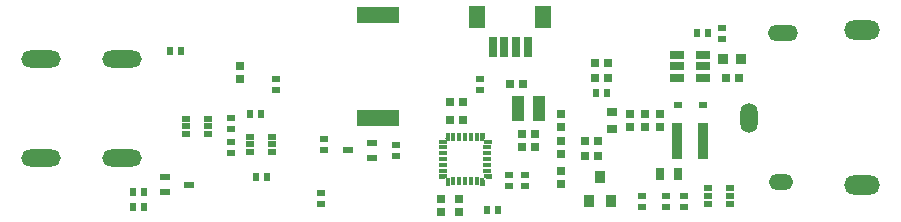
<source format=gbs>
G04 #@! TF.FileFunction,Soldermask,Bot*
%FSLAX46Y46*%
G04 Gerber Fmt 4.6, Leading zero omitted, Abs format (unit mm)*
G04 Created by KiCad (PCBNEW 4.0.7) date Sun Oct 15 20:20:48 2017*
%MOMM*%
%LPD*%
G01*
G04 APERTURE LIST*
%ADD10C,0.100000*%
%ADD11R,0.947320X0.897320*%
%ADD12R,0.747320X0.647320*%
%ADD13R,0.647320X0.747320*%
%ADD14R,0.747320X0.597320*%
%ADD15R,0.747320X1.697320*%
%ADD16R,1.347320X1.947320*%
%ADD17R,0.947320X3.047320*%
%ADD18R,0.747320X0.547320*%
%ADD19R,0.547320X0.747320*%
%ADD20R,1.207320X0.797320*%
%ADD21R,1.006400X0.631400*%
%ADD22R,0.847320X0.597320*%
%ADD23R,3.547320X1.447320*%
%ADD24R,0.297320X0.647320*%
%ADD25R,0.447320X0.697320*%
%ADD26R,0.647320X0.297320*%
%ADD27R,0.697320X0.447320*%
%ADD28R,0.499320X0.447320*%
%ADD29R,0.447320X0.499320*%
%ADD30O,3.347320X1.447320*%
%ADD31O,1.447320X2.547320*%
%ADD32O,2.547320X1.347320*%
%ADD33O,2.047320X1.347320*%
%ADD34O,3.047320X1.647320*%
%ADD35R,0.847320X0.747320*%
%ADD36R,0.647320X1.047320*%
%ADD37R,0.797320X0.547320*%
%ADD38R,0.947320X1.047320*%
G04 APERTURE END LIST*
D10*
D11*
X176542000Y-92329000D03*
X178042000Y-92329000D03*
D12*
X176742000Y-93980000D03*
X177842000Y-93980000D03*
D13*
X171196000Y-98086000D03*
X171196000Y-96986000D03*
X169926000Y-98086000D03*
X169926000Y-96986000D03*
X168656000Y-98086000D03*
X168656000Y-96986000D03*
D12*
X154474000Y-97536000D03*
X153374000Y-97536000D03*
X154474000Y-96012000D03*
X153374000Y-96012000D03*
D13*
X154178000Y-104225000D03*
X154178000Y-105325000D03*
X152654000Y-104225000D03*
X152654000Y-105325000D03*
D12*
X165904000Y-99314000D03*
X164804000Y-99314000D03*
X165904000Y-100584000D03*
X164804000Y-100584000D03*
D13*
X162814000Y-101812000D03*
X162814000Y-102912000D03*
X162814000Y-99314000D03*
X162814000Y-100414000D03*
D12*
X165693000Y-92710000D03*
X166793000Y-92710000D03*
X165693000Y-93980000D03*
X166793000Y-93980000D03*
X159470000Y-99822000D03*
X160570000Y-99822000D03*
X159470000Y-98679000D03*
X160570000Y-98679000D03*
D13*
X162814000Y-96986000D03*
X162814000Y-98086000D03*
D12*
X158454000Y-94488000D03*
X159554000Y-94488000D03*
D14*
X174786000Y-96266000D03*
X172686000Y-96266000D03*
D15*
X159996000Y-91309000D03*
X158996000Y-91309000D03*
X157996000Y-91309000D03*
X156996000Y-91309000D03*
D16*
X161296000Y-88784000D03*
X155696000Y-88784000D03*
D17*
X174836000Y-99314000D03*
X172636000Y-99314000D03*
D18*
X138684000Y-94038000D03*
X138684000Y-94938000D03*
D19*
X130625000Y-91694000D03*
X129725000Y-91694000D03*
X137356000Y-97028000D03*
X136456000Y-97028000D03*
D18*
X134874000Y-98240000D03*
X134874000Y-97340000D03*
X176403000Y-90620000D03*
X176403000Y-89720000D03*
D19*
X175202000Y-90170000D03*
X174302000Y-90170000D03*
D18*
X142494000Y-103690000D03*
X142494000Y-104590000D03*
D19*
X157422000Y-105156000D03*
X156522000Y-105156000D03*
D18*
X158369000Y-103066000D03*
X158369000Y-102166000D03*
X159766000Y-103066000D03*
X159766000Y-102166000D03*
X155956000Y-94038000D03*
X155956000Y-94938000D03*
D19*
X165793000Y-95250000D03*
X166693000Y-95250000D03*
D20*
X172636000Y-93914000D03*
X172636000Y-92964000D03*
X172636000Y-92014000D03*
X174836000Y-92014000D03*
X174836000Y-93914000D03*
X174836000Y-92964000D03*
D21*
X159120000Y-97320000D03*
X159120000Y-96920000D03*
X159120000Y-96520000D03*
X159120000Y-96120000D03*
X159120000Y-95720000D03*
X160920000Y-95720000D03*
X160920000Y-96120000D03*
X160920000Y-96520000D03*
X160920000Y-96920000D03*
X160920000Y-97320000D03*
D13*
X135636000Y-94064000D03*
X135636000Y-92964000D03*
D22*
X146796000Y-99426000D03*
X146796000Y-100726000D03*
X144796000Y-100076000D03*
D18*
X142748000Y-100018000D03*
X142748000Y-99118000D03*
X148844000Y-99626000D03*
X148844000Y-100526000D03*
D23*
X147320000Y-97314000D03*
X147320000Y-88614000D03*
D24*
X156111000Y-102738000D03*
D25*
X155686000Y-102713000D03*
X155186000Y-102713000D03*
X154686000Y-102713000D03*
X154186000Y-102713000D03*
X153686000Y-102713000D03*
D24*
X153261000Y-102738000D03*
X153261000Y-98938000D03*
D25*
X153686000Y-98963000D03*
X154186000Y-98963000D03*
X154686000Y-98963000D03*
X155186000Y-98963000D03*
X155686000Y-98963000D03*
D24*
X156111000Y-98938000D03*
D26*
X152786000Y-102263000D03*
D27*
X152811000Y-101838000D03*
X152811000Y-101338000D03*
X152811000Y-100838000D03*
X152811000Y-100338000D03*
X152811000Y-99838000D03*
D28*
X152711800Y-99338000D03*
D26*
X156586000Y-99413000D03*
D27*
X156561000Y-99838000D03*
X156561000Y-100338000D03*
X156561000Y-100838000D03*
X156561000Y-101338000D03*
X156561000Y-101838000D03*
D26*
X156586000Y-102263000D03*
X152786000Y-99413000D03*
D10*
G36*
X153060400Y-99363900D02*
X152861600Y-99510900D01*
X152861600Y-99165100D01*
X153060400Y-99312100D01*
X153060400Y-99363900D01*
X153060400Y-99363900D01*
G37*
D29*
X153186000Y-98863800D03*
D10*
G36*
X153013100Y-99013600D02*
X153358900Y-99013600D01*
X153211900Y-99212400D01*
X153160100Y-99212400D01*
X153013100Y-99013600D01*
X153013100Y-99013600D01*
G37*
D29*
X156186000Y-98863800D03*
D28*
X156660200Y-99338000D03*
X156660200Y-102338000D03*
D29*
X153186000Y-102812200D03*
X156186000Y-102812200D03*
D28*
X152711800Y-102338000D03*
D10*
G36*
X153060400Y-102363900D02*
X152861600Y-102510900D01*
X152861600Y-102165100D01*
X153060400Y-102312100D01*
X153060400Y-102363900D01*
X153060400Y-102363900D01*
G37*
G36*
X156013100Y-99013600D02*
X156358900Y-99013600D01*
X156211900Y-99212400D01*
X156160100Y-99212400D01*
X156013100Y-99013600D01*
X156013100Y-99013600D01*
G37*
G36*
X153358900Y-102662400D02*
X153013100Y-102662400D01*
X153160100Y-102463600D01*
X153211900Y-102463600D01*
X153358900Y-102662400D01*
X153358900Y-102662400D01*
G37*
G36*
X156358900Y-102662400D02*
X156013100Y-102662400D01*
X156160100Y-102463600D01*
X156211900Y-102463600D01*
X156358900Y-102662400D01*
X156358900Y-102662400D01*
G37*
G36*
X156311600Y-99312100D02*
X156510400Y-99165100D01*
X156510400Y-99510900D01*
X156311600Y-99363900D01*
X156311600Y-99312100D01*
X156311600Y-99312100D01*
G37*
G36*
X156311600Y-102312100D02*
X156510400Y-102165100D01*
X156510400Y-102510900D01*
X156311600Y-102363900D01*
X156311600Y-102312100D01*
X156311600Y-102312100D01*
G37*
D22*
X129302000Y-103647000D03*
X129302000Y-102347000D03*
X131302000Y-102997000D03*
D30*
X125586000Y-92320000D03*
X125586000Y-100720000D03*
X118786000Y-100720000D03*
X118786000Y-92320000D03*
D31*
X178710000Y-97320000D03*
D32*
X181610000Y-90170000D03*
D33*
X181410000Y-102770000D03*
D34*
X188260000Y-89920000D03*
X188260000Y-103020000D03*
D35*
X167132000Y-96836000D03*
X167132000Y-98236000D03*
D36*
X172708000Y-102108000D03*
X171208000Y-102108000D03*
D37*
X177099000Y-103299500D03*
X177099000Y-104599500D03*
X175199000Y-103949500D03*
X177099000Y-103949500D03*
X175199000Y-104599500D03*
X175199000Y-103299500D03*
X138364000Y-98918000D03*
X138364000Y-100218000D03*
X136464000Y-99568000D03*
X138364000Y-99568000D03*
X136464000Y-100218000D03*
X136464000Y-98918000D03*
D18*
X173228000Y-104844000D03*
X173228000Y-103944000D03*
X171704000Y-103944000D03*
X171704000Y-104844000D03*
D19*
X136964000Y-102362000D03*
X137864000Y-102362000D03*
D18*
X134874000Y-99372000D03*
X134874000Y-100272000D03*
D37*
X131003000Y-98694000D03*
X131003000Y-97394000D03*
X132903000Y-98044000D03*
X131003000Y-98044000D03*
X132903000Y-97394000D03*
X132903000Y-98694000D03*
D38*
X167066000Y-104378000D03*
X165166000Y-104378000D03*
X166116000Y-102378000D03*
D18*
X169672000Y-104844000D03*
X169672000Y-103944000D03*
D19*
X127450000Y-103632000D03*
X126550000Y-103632000D03*
X127450000Y-104902000D03*
X126550000Y-104902000D03*
M02*

</source>
